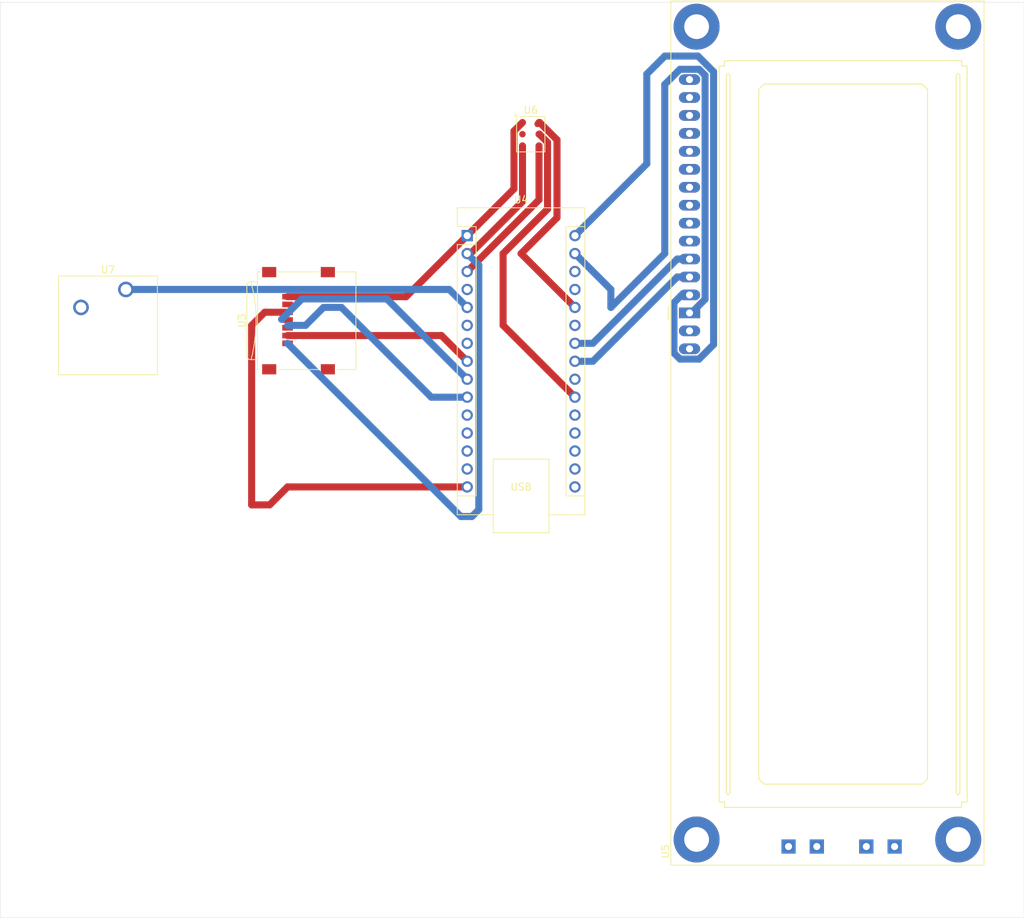
<source format=kicad_pcb>
(kicad_pcb (version 20241229) (generator "pcbnew") (generator_version "9.0")
  (layers (0 "F.Cu" signal) (2 "B.Cu" signal) (13 "F.Paste" user) (15 "B.Paste" user) (5 "F.SilkS" user "F.Silkscreen") (7 "B.SilkS" user "B.Silkscreen") (1 "F.Mask" user) (3 "B.Mask" user) (25 "Edge.Cuts" user))
  (net 0 "")
  (net 1 "Net-(U3-+3.3V)")
  (net 4 "Net-(U3-MOSI)")
  (net 5 "Net-(U3-CS)")
  (net 6 "Net-(U6-GND)")
  (net 7 "Net-(U3-SCK)")
  (net 8 "Net-(U3-MISO)")
  (net 9 "Net-(U4-D25)")
  (net 11 "Net-(U4-D26)")
  (net 12 "Net-(U4-VIN)")
  (net 14 "Net-(U4-D14)")
  (net 15 "Net-(U4-D32)")
  (net 20 "Net-(U4-D15)")
  (net 24 "Net-(U5-GND)")
  (net 27 "Net-(U4-D4)")
  (footprint "Display:LCD-016N002L" (layer "F.Cu") (at 148.2825 59.2 90)
    (property "Reference" "U5" (at -76.21 -3.41 90) (layer "F.SilkS"))
    (property "Value" "Display LCD1602 I2C")
    (fp_line (start -1 -3) (end 1 -3) (stroke (width 0.12)) (layer "F.SilkS"))
    (fp_line (start 44.14 -2.64) (end -78.14 -2.64) (stroke (width 0.12)) (layer "F.SilkS"))
    (fp_line (start 44.14 -2.64) (end 44.14 41.64) (stroke (width 0.12)) (layer "F.SilkS"))
    (fp_line (start -78.14 -2.64) (end -78.14 41.64) (stroke (width 0.12)) (layer "F.SilkS"))
    (fp_line (start 34.925 4.191) (end -69.215 4.191) (stroke (width 0.15)) (layer "F.SilkS"))
    (fp_line (start 34.925 4.191) (end 34.925 4.953) (stroke (width 0.15)) (layer "F.SilkS"))
    (fp_line (start -69.215 4.191) (end -69.215 4.953) (stroke (width 0.15)) (layer "F.SilkS"))
    (fp_line (start 34.925 4.953) (end 35.687 4.953) (stroke (width 0.15)) (layer "F.SilkS"))
    (fp_line (start -69.215 4.953) (end -69.977 4.953) (stroke (width 0.15)) (layer "F.SilkS"))
    (fp_line (start -69.977 4.953) (end -69.977 38.481) (stroke (width 0.15)) (layer "F.SilkS"))
    (fp_line (start 33.655 5.207) (end -67.945 5.207) (stroke (width 0.15)) (layer "F.SilkS"))
    (fp_line (start 33.655 5.207) (end 33.909 5.461) (stroke (width 0.15)) (layer "F.SilkS"))
    (fp_line (start -67.945 5.207) (end -68.199 5.461) (stroke (width 0.15)) (layer "F.SilkS"))
    (fp_line (start 33.909 5.461) (end 33.655 5.715) (stroke (width 0.15)) (layer "F.SilkS"))
    (fp_line (start -68.199 5.461) (end -67.945 5.715) (stroke (width 0.15)) (layer "F.SilkS"))
    (fp_line (start -67.945 5.715) (end 33.655 5.715) (stroke (width 0.15)) (layer "F.SilkS"))
    (fp_line (start 31.623 9.779) (end 32.385 10.541) (stroke (width 0.15)) (layer "F.SilkS"))
    (fp_line (start -65.913 9.779) (end 31.623 9.779) (stroke (width 0.15)) (layer "F.SilkS"))
    (fp_line (start 32.385 10.541) (end 32.385 32.893) (stroke (width 0.15)) (layer "F.SilkS"))
    (fp_line (start -66.675 10.541) (end -65.913 9.779) (stroke (width 0.15)) (layer "F.SilkS"))
    (fp_line (start 32.385 32.893) (end 31.623 33.655) (stroke (width 0.15)) (layer "F.SilkS"))
    (fp_line (start -66.675 32.893) (end -66.675 10.541) (stroke (width 0.15)) (layer "F.SilkS"))
    (fp_line (start 31.623 33.655) (end -65.913 33.655) (stroke (width 0.15)) (layer "F.SilkS"))
    (fp_line (start -65.913 33.655) (end -66.675 32.893) (stroke (width 0.15)) (layer "F.SilkS"))
    (fp_line (start 33.655 37.719) (end -67.945 37.719) (stroke (width 0.15)) (layer "F.SilkS"))
    (fp_line (start -67.945 37.719) (end -68.199 37.973) (stroke (width 0.15)) (layer "F.SilkS"))
    (fp_line (start 33.909 37.973) (end 33.655 37.719) (stroke (width 0.15)) (layer "F.SilkS"))
    (fp_line (start -68.199 37.973) (end -67.945 38.227) (stroke (width 0.15)) (layer "F.SilkS"))
    (fp_line (start 33.655 38.227) (end 33.909 37.973) (stroke (width 0.15)) (layer "F.SilkS"))
    (fp_line (start -67.945 38.227) (end 33.655 38.227) (stroke (width 0.15)) (layer "F.SilkS"))
    (fp_line (start 35.687 38.481) (end 35.687 4.953) (stroke (width 0.15)) (layer "F.SilkS"))
    (fp_line (start 35.687 38.481) (end 34.925 38.481) (stroke (width 0.15)) (layer "F.SilkS"))
    (fp_line (start 34.925 38.481) (end 34.925 39.243) (stroke (width 0.15)) (layer "F.SilkS"))
    (fp_line (start -69.215 38.481) (end -69.977 38.481) (stroke (width 0.15)) (layer "F.SilkS"))
    (fp_line (start -69.215 39.243) (end -69.215 38.481) (stroke (width 0.15)) (layer "F.SilkS"))
    (fp_line (start -69.215 39.243) (end 34.925 39.243) (stroke (width 0.15)) (layer "F.SilkS"))
    (fp_line (start -78.14 41.64) (end 44.14 41.64) (stroke (width 0.12)) (layer "F.SilkS"))
    (pad "" thru_hole circle (at -74.5 1 270) (size 6.5 6.5) (drill 3.5) (layers "*.Cu" "*.Mask"))
    (pad "" thru_hole circle (at -74.5 38 270) (size 6.5 6.5) (drill 3.5) (layers "*.Cu" "*.Mask"))
    (pad "" thru_hole circle (at 40.5 1 270) (size 6.5 6.5) (drill 3.5) (layers "*.Cu" "*.Mask"))
    (pad "" thru_hole circle (at 40.5 38 270) (size 6.5 6.5) (drill 3.5) (layers "*.Cu" "*.Mask"))
    (pad "1" thru_hole rect (at 0 0 270) (size 1.5 3) (drill 1) (layers "*.Cu" "*.Mask") (net 24 "Net-(U5-GND)"))
    (pad "2" thru_hole oval (at 2.54 0 270) (size 1.5 3) (drill 1) (layers "*.Cu" "*.Mask") (net 12 "Net-(U4-VIN)"))
    (pad "3" thru_hole oval (at 5.08 0 270) (size 1.5 3) (drill 1) (layers "*.Cu" "*.Mask") (net 9 "Net-(U4-D25)"))
    (pad "4" thru_hole oval (at 7.62 0 270) (size 1.5 3) (drill 1) (layers "*.Cu" "*.Mask") (net 11 "Net-(U4-D26)"))
    (pad "5" thru_hole oval (at 10.16 0 270) (size 1.5 3) (drill 1) (layers "*.Cu" "*.Mask"))
    (pad "6" thru_hole oval (at 12.7 0 270) (size 1.5 3) (drill 1) (layers "*.Cu" "*.Mask"))
    (pad "7" thru_hole oval (at 15.24 0 270) (size 1.5 3) (drill 1) (layers "*.Cu" "*.Mask"))
    (pad "8" thru_hole oval (at 17.78 0 270) (size 1.5 3) (drill 1) (layers "*.Cu" "*.Mask"))
    (pad "9" thru_hole oval (at 20.32 0 270) (size 1.5 3) (drill 1) (layers "*.Cu" "*.Mask"))
    (pad "10" thru_hole oval (at 22.86 0 270) (size 1.5 3) (drill 1) (layers "*.Cu" "*.Mask"))
    (pad "11" thru_hole oval (at 25.4 0 270) (size 1.5 3) (drill 1) (layers "*.Cu" "*.Mask"))
    (pad "12" thru_hole oval (at 27.94 0 270) (size 1.5 3) (drill 1) (layers "*.Cu" "*.Mask"))
    (pad "13" thru_hole oval (at 30.48 0 270) (size 1.5 3) (drill 1) (layers "*.Cu" "*.Mask"))
    (pad "14" thru_hole oval (at 33.02 0 270) (size 1.5 3) (drill 1) (layers "*.Cu" "*.Mask"))
    (pad "15" thru_hole oval (at -2.54 0 270) (size 1.5 3) (drill 1) (layers "*.Cu" "*.Mask"))
    (pad "16" thru_hole oval (at -5.08 0 270) (size 1.5 3) (drill 1) (layers "*.Cu" "*.Mask"))
    (pad "A1" thru_hole rect (at -75.5 14 270) (size 2 2) (drill 1) (layers "*.Cu" "*.Mask"))
    (pad "A2" thru_hole rect (at -75.5 25 270) (size 2 2) (drill 1) (layers "*.Cu" "*.Mask"))
    (pad "K1" thru_hole rect (at -75.5 18 270) (size 2 2) (drill 1) (layers "*.Cu" "*.Mask"))
    (pad "K2" thru_hole rect (at -75.5 29 270) (size 2 2) (drill 1) (layers "*.Cu" "*.Mask"))
  )
  (footprint "Module:Arduino_Nano_WithMountingHoles" (layer "F.Cu") (at 116.84 48.26)
    (property "Reference" "U4" (at 7.62 -5.08 0) (layer "F.SilkS"))
    (property "Value" "ESP-WROOM-32")
    (fp_line (start -1.4 -3.94) (end -1.4 -1.27) (stroke (width 0.12)) (layer "F.SilkS"))
    (fp_line (start -1.4 1.27) (end -1.4 39.5) (stroke (width 0.12)) (layer "F.SilkS"))
    (fp_line (start -1.4 39.5) (end 3.68 39.5) (stroke (width 0.12)) (layer "F.SilkS"))
    (fp_line (start 1.27 -1.27) (end -1.4 -1.27) (stroke (width 0.12)) (layer "F.SilkS"))
    (fp_line (start 1.27 1.27) (end -1.4 1.27) (stroke (width 0.12)) (layer "F.SilkS"))
    (fp_line (start 1.27 1.27) (end 1.27 -1.27) (stroke (width 0.12)) (layer "F.SilkS"))
    (fp_line (start 1.27 1.27) (end 1.27 36.83) (stroke (width 0.12)) (layer "F.SilkS"))
    (fp_line (start 1.27 36.83) (end -1.4 36.83) (stroke (width 0.12)) (layer "F.SilkS"))
    (fp_line (start 3.68 31.62) (end 11.56 31.62) (stroke (width 0.12)) (layer "F.SilkS"))
    (fp_line (start 3.68 42.04) (end 3.68 31.62) (stroke (width 0.12)) (layer "F.SilkS"))
    (fp_line (start 11.56 31.62) (end 11.56 42.04) (stroke (width 0.12)) (layer "F.SilkS"))
    (fp_line (start 11.56 42.04) (end 3.68 42.04) (stroke (width 0.12)) (layer "F.SilkS"))
    (fp_line (start 13.97 -1.27) (end 13.97 36.83) (stroke (width 0.12)) (layer "F.SilkS"))
    (fp_line (start 13.97 -1.27) (end 16.64 -1.27) (stroke (width 0.12)) (layer "F.SilkS"))
    (fp_line (start 13.97 36.83) (end 16.64 36.83) (stroke (width 0.12)) (layer "F.SilkS"))
    (fp_line (start 16.64 -3.94) (end -1.4 -3.94) (stroke (width 0.12)) (layer "F.SilkS"))
    (fp_line (start 16.64 39.5) (end 11.56 39.5) (stroke (width 0.12)) (layer "F.SilkS"))
    (fp_line (start 16.64 39.5) (end 16.64 -3.94) (stroke (width 0.12)) (layer "F.SilkS"))
    (fp_text user "USB" (at 7.62 35.56 0) (layer "F.SilkS"))
    (pad "" np_thru_hole circle (at 0 -2.54) (size 1.78 1.78) (drill 1.78) (layers "*.Cu" "*.Mask"))
    (pad "" np_thru_hole circle (at 0 38.1) (size 1.78 1.78) (drill 1.78) (layers "*.Cu" "*.Mask"))
    (pad "" np_thru_hole circle (at 15.24 -2.54) (size 1.78 1.78) (drill 1.78) (layers "*.Cu" "*.Mask"))
    (pad "" np_thru_hole circle (at 15.24 38.1) (size 1.78 1.78) (drill 1.78) (layers "*.Cu" "*.Mask"))
    (pad "1" thru_hole rect (at 0 0) (size 1.6 1.6) (drill 1) (layers "*.Cu" "*.Mask") (net 1 "Net-(U3-+3.3V)"))
    (pad "2" thru_hole oval (at 0 2.54) (size 1.6 1.6) (drill 1) (layers "*.Cu" "*.Mask") (net 6 "Net-(U6-GND)"))
    (pad "3" thru_hole oval (at 0 5.08) (size 1.6 1.6) (drill 1) (layers "*.Cu" "*.Mask") (net 20 "Net-(U4-D15)"))
    (pad "4" thru_hole oval (at 0 7.62) (size 1.6 1.6) (drill 1) (layers "*.Cu" "*.Mask"))
    (pad "5" thru_hole oval (at 0 10.16) (size 1.6 1.6) (drill 1) (layers "*.Cu" "*.Mask") (net 27 "Net-(U4-D4)"))
    (pad "6" thru_hole oval (at 0 12.7) (size 1.6 1.6) (drill 1) (layers "*.Cu" "*.Mask"))
    (pad "7" thru_hole oval (at 0 15.24) (size 1.6 1.6) (drill 1) (layers "*.Cu" "*.Mask"))
    (pad "8" thru_hole oval (at 0 17.78) (size 1.6 1.6) (drill 1) (layers "*.Cu" "*.Mask") (net 5 "Net-(U3-CS)"))
    (pad "9" thru_hole oval (at 0 20.32) (size 1.6 1.6) (drill 1) (layers "*.Cu" "*.Mask") (net 7 "Net-(U3-SCK)"))
    (pad "10" thru_hole oval (at 0 22.86) (size 1.6 1.6) (drill 1) (layers "*.Cu" "*.Mask") (net 8 "Net-(U3-MISO)"))
    (pad "11" thru_hole oval (at 0 25.4) (size 1.6 1.6) (drill 1) (layers "*.Cu" "*.Mask"))
    (pad "12" thru_hole oval (at 0 27.94) (size 1.6 1.6) (drill 1) (layers "*.Cu" "*.Mask"))
    (pad "13" thru_hole oval (at 0 30.48) (size 1.6 1.6) (drill 1) (layers "*.Cu" "*.Mask"))
    (pad "14" thru_hole oval (at 0 33.02) (size 1.6 1.6) (drill 1) (layers "*.Cu" "*.Mask"))
    (pad "15" thru_hole oval (at 0 35.56) (size 1.6 1.6) (drill 1) (layers "*.Cu" "*.Mask") (net 4 "Net-(U3-MOSI)"))
    (pad "16" thru_hole oval (at 15.24 35.56) (size 1.6 1.6) (drill 1) (layers "*.Cu" "*.Mask"))
    (pad "17" thru_hole oval (at 15.24 33.02) (size 1.6 1.6) (drill 1) (layers "*.Cu" "*.Mask"))
    (pad "18" thru_hole oval (at 15.24 30.48) (size 1.6 1.6) (drill 1) (layers "*.Cu" "*.Mask"))
    (pad "19" thru_hole oval (at 15.24 27.94) (size 1.6 1.6) (drill 1) (layers "*.Cu" "*.Mask"))
    (pad "20" thru_hole oval (at 15.24 25.4) (size 1.6 1.6) (drill 1) (layers "*.Cu" "*.Mask"))
    (pad "21" thru_hole oval (at 15.24 22.86) (size 1.6 1.6) (drill 1) (layers "*.Cu" "*.Mask") (net 15 "Net-(U4-D32)"))
    (pad "22" thru_hole oval (at 15.24 20.32) (size 1.6 1.6) (drill 1) (layers "*.Cu" "*.Mask"))
    (pad "23" thru_hole oval (at 15.24 17.78) (size 1.6 1.6) (drill 1) (layers "*.Cu" "*.Mask") (net 9 "Net-(U4-D25)"))
    (pad "24" thru_hole oval (at 15.24 15.24) (size 1.6 1.6) (drill 1) (layers "*.Cu" "*.Mask") (net 11 "Net-(U4-D26)"))
    (pad "25" thru_hole oval (at 15.24 12.7) (size 1.6 1.6) (drill 1) (layers "*.Cu" "*.Mask"))
    (pad "26" thru_hole oval (at 15.24 10.16) (size 1.6 1.6) (drill 1) (layers "*.Cu" "*.Mask") (net 14 "Net-(U4-D14)"))
    (pad "27" thru_hole oval (at 15.24 7.62) (size 1.6 1.6) (drill 1) (layers "*.Cu" "*.Mask"))
    (pad "28" thru_hole oval (at 15.24 5.08) (size 1.6 1.6) (drill 1) (layers "*.Cu" "*.Mask"))
    (pad "29" thru_hole oval (at 15.24 2.54) (size 1.6 1.6) (drill 1) (layers "*.Cu" "*.Mask") (net 24 "Net-(U5-GND)"))
    (pad "30" thru_hole oval (at 15.24 0) (size 1.6 1.6) (drill 1) (layers "*.Cu" "*.Mask") (net 12 "Net-(U4-VIN)"))
  )
  (footprint "Connector_Card:microSD_HC_Wuerth_693072010801" (layer "F.Cu") (at 92.99 60.3 90)
    (property "Reference" "U3" (at 0 -7.99 90) (layer "F.SilkS"))
    (property "Value" "SD CARD MODULE")
    (fp_line (start -5 -7.31) (end 5 -7.31) (stroke (width 0.12)) (layer "F.SilkS"))
    (fp_line (start -5.5 -6.71) (end -4.7 -6.51) (stroke (width 0.12)) (layer "F.SilkS"))
    (fp_line (start 5 -6.61) (end 5.5 -6.71) (stroke (width 0.12)) (layer "F.SilkS"))
    (fp_line (start -4.7 -6.51) (end -3 -6.21) (stroke (width 0.12)) (layer "F.SilkS"))
    (fp_line (start 3.7 -6.31) (end 5 -6.61) (stroke (width 0.12)) (layer "F.SilkS"))
    (fp_line (start -3 -6.21) (end -2.2 -6.11) (stroke (width 0.12)) (layer "F.SilkS"))
    (fp_line (start 2.2 -6.11) (end 3.7 -6.31) (stroke (width 0.12)) (layer "F.SilkS"))
    (fp_line (start -2.2 -6.11) (end -0.9 -6.01) (stroke (width 0.12)) (layer "F.SilkS"))
    (fp_line (start 0.9 -6.01) (end 2.2 -6.11) (stroke (width 0.12)) (layer "F.SilkS"))
    (fp_line (start -0.9 -6.01) (end 0.9 -6.01) (stroke (width 0.12)) (layer "F.SilkS"))
    (fp_line (start 6.91 -5.81) (end 6.91 -5.41) (stroke (width 0.12)) (layer "F.SilkS"))
    (fp_line (start 5.5 -5.81) (end 5.5 -6.81) (stroke (width 0.12)) (layer "F.SilkS"))
    (fp_line (start -5.5 -5.81) (end -5.5 -6.81) (stroke (width 0.12)) (layer "F.SilkS"))
    (fp_line (start -6.91 -5.81) (end 6.91 -5.81) (stroke (width 0.12)) (layer "F.SilkS"))
    (fp_line (start -6.91 -5.81) (end -6.91 -5.41) (stroke (width 0.12)) (layer "F.SilkS"))
    (fp_line (start 6.91 -2.89) (end 6.91 2.89) (stroke (width 0.12)) (layer "F.SilkS"))
    (fp_line (start -6.91 -2.89) (end -6.91 2.89) (stroke (width 0.12)) (layer "F.SilkS"))
    (fp_line (start 6.91 5.41) (end 6.91 8.11) (stroke (width 0.12)) (layer "F.SilkS"))
    (fp_line (start -6.91 5.41) (end -6.91 8.11) (stroke (width 0.12)) (layer "F.SilkS"))
    (fp_line (start 6.91 8.11) (end -6.91 8.11) (stroke (width 0.12)) (layer "F.SilkS"))
    (fp_arc (start 5 -7.31) (mid 5.353553 -7.163553) (end 5.5 -6.81) (stroke (width 0.12)) (layer "F.SilkS"))
    (fp_arc (start -5.5 -6.81) (mid -5.353553 -7.163553) (end -5 -7.31) (stroke (width 0.12)) (layer "F.SilkS"))
    (pad "1" smd rect (at -3.2 -1.55 90) (size 0.8 1.5) (layers "F.Cu" "F.Mask" "F.Paste") (net 6 "Net-(U6-GND)"))
    (pad "2" smd rect (at -2.1 -1.55 90) (size 0.8 1.5) (layers "F.Cu" "F.Mask" "F.Paste") (net 5 "Net-(U3-CS)"))
    (pad "3" smd rect (at -1 -1.55 90) (size 0.8 1.5) (layers "F.Cu" "F.Mask" "F.Paste") (net 7 "Net-(U3-SCK)"))
    (pad "4" smd rect (at 0.1 -1.55 90) (size 0.8 1.5) (layers "F.Cu" "F.Mask" "F.Paste") (net 8 "Net-(U3-MISO)"))
    (pad "5" smd rect (at 1.2 -1.55 90) (size 0.8 1.5) (layers "F.Cu" "F.Mask" "F.Paste") (net 4 "Net-(U3-MOSI)"))
    (pad "6" smd rect (at 2.3 -1.55 90) (size 0.8 1.5) (layers "F.Cu" "F.Mask" "F.Paste"))
    (pad "7" smd rect (at 3.4 -1.55 90) (size 0.8 1.5) (layers "F.Cu" "F.Mask" "F.Paste") (net 1 "Net-(U3-+3.3V)"))
    (pad "8" smd rect (at 4.5 -1.55 90) (size 0.8 1.5) (layers "F.Cu" "F.Mask" "F.Paste"))
    (pad "9" smd rect (at -6.875 -4.15 90) (size 1.45 2) (layers "F.Cu" "F.Mask" "F.Paste"))
    (pad "9" smd rect (at -6.875 4.15 90) (size 1.45 2) (layers "F.Cu" "F.Mask" "F.Paste"))
    (pad "9" smd rect (at 6.875 -4.15 90) (size 1.45 2) (layers "F.Cu" "F.Mask" "F.Paste"))
    (pad "9" smd rect (at 6.875 4.15 90) (size 1.45 2) (layers "F.Cu" "F.Mask" "F.Paste"))
  )
  (footprint "Button_Switch_Keyboard:SW_Cherry_MX_1.00u_PCB" (layer "F.Cu") (at 68.58 55.88)
    (property "Reference" "U7" (at -2.54 -2.794 0) (layer "F.SilkS"))
    (property "Value" "TL6190BUTTON")
    (fp_line (start -9.525 -1.905) (end 4.445 -1.905) (stroke (width 0.12)) (layer "F.SilkS"))
    (fp_line (start -9.525 12.065) (end -9.525 -1.905) (stroke (width 0.12)) (layer "F.SilkS"))
    (fp_line (start 4.445 -1.905) (end 4.445 12.065) (stroke (width 0.12)) (layer "F.SilkS"))
    (fp_line (start 4.445 12.065) (end -9.525 12.065) (stroke (width 0.12)) (layer "F.SilkS"))
    (pad "" np_thru_hole circle (at -7.62 5.08) (size 1.7 1.7) (drill 1.7) (layers "*.Cu" "*.Mask"))
    (pad "" np_thru_hole circle (at -2.54 5.08) (size 4 4) (drill 4) (layers "*.Cu" "*.Mask"))
    (pad "" np_thru_hole circle (at 2.54 5.08) (size 1.7 1.7) (drill 1.7) (layers "*.Cu" "*.Mask"))
    (pad "1" thru_hole circle (at 0 0) (size 2.2 2.2) (drill 1.5) (layers "*.Cu" "*.Mask") (net 27 "Net-(U4-D4)"))
    (pad "2" thru_hole circle (at -6.35 2.54) (size 2.2 2.2) (drill 1.5) (layers "*.Cu" "*.Mask"))
  )
  (footprint "Sensor_Audio:ST_HLGA-6_3.76x4.72mm_P1.65mm" (layer "F.Cu") (at 125.83 33.91)
    (property "Reference" "U6" (at 0 -3.4 0) (layer "F.SilkS"))
    (property "Value" "INMP441_KP")
    (fp_line (start -2 -2.2) (end -2 2.5) (stroke (width 0.12)) (layer "F.SilkS"))
    (fp_line (start 2 -2.5) (end -1.7 -2.5) (stroke (width 0.12)) (layer "F.SilkS"))
    (fp_line (start 2 -2.5) (end 2 2.5) (stroke (width 0.12)) (layer "F.SilkS"))
    (fp_line (start 2 2.5) (end -2 2.5) (stroke (width 0.12)) (layer "F.SilkS"))
    (fp_poly (pts (xy -2 -2.5) (xy -2.28 -2.5) (xy -2 -2.78) (xy -2 -2.5)) (stroke (width 0.12)) (fill yes) (layer "F.SilkS"))
    (pad "1" smd circle (at -1.17 -1.65) (size 0.91 0.91) (layers "F.Cu" "F.Mask" "F.Paste") (net 1 "Net-(U3-+3.3V)"))
    (pad "2" smd circle (at -1.17 0) (size 0.91 0.91) (layers "F.Cu" "F.Mask" "F.Paste") (net 6 "Net-(U6-GND)"))
    (pad "3" smd circle (at -1.17 1.65) (size 0.91 0.91) (layers "F.Cu" "F.Mask" "F.Paste") (net 6 "Net-(U6-GND)"))
    (pad "4" smd circle (at 1.17 1.65) (size 0.91 0.91) (layers "F.Cu" "F.Mask" "F.Paste") (net 20 "Net-(U4-D15)"))
    (pad "5" smd circle (at 1.17 0) (size 0.91 0.91) (layers "F.Cu" "F.Mask" "F.Paste") (net 15 "Net-(U4-D32)"))
    (pad "6" smd oval (at 1.17 -1.65 45) (size 1.192843 0.91) (drill (offset -0.141421 0)) (layers "F.Cu" "F.Mask" "F.Paste") (net 14 "Net-(U4-D14)"))
  )
  (gr_line (start 50.8 15.24) (end 195.58 15.24) (stroke (width 0.05)) (layer "Edge.Cuts"))
  (gr_line (start 195.58 144.78) (end 50.8 144.78) (stroke (width 0.05)) (layer "Edge.Cuts"))
  (gr_line (start 195.58 15.24) (end 195.58 144.78) (stroke (width 0.05)) (layer "Edge.Cuts"))
  (gr_line (start 50.8 144.78) (end 50.8 15.24) (stroke (width 0.05)) (layer "Edge.Cuts"))
  (segment (start 123.459 41.641) (end 116.84 48.26) (width 1) (layer "F.Cu") (net 1))
  (segment (start 124.66 32.26) (end 123.459 33.461) (width 1) (layer "F.Cu") (net 1))
  (segment (start 108.2 56.9) (end 116.84 48.26) (width 1) (layer "F.Cu") (net 1))
  (segment (start 91.44 56.9) (end 108.2 56.9) (width 1) (layer "F.Cu") (net 1))
  (segment (start 123.459 33.461) (end 123.459 41.641) (width 1) (layer "F.Cu") (net 1))
  (segment (start 91.44 83.82) (end 116.84 83.82) (width 1) (layer "F.Cu") (net 4))
  (segment (start 88.9 86.36) (end 91.44 83.82) (width 1) (layer "F.Cu") (net 4))
  (segment (start 86.36 86.36) (end 88.9 86.36) (width 1) (layer "F.Cu") (net 4))
  (segment (start 91.44 59.1) (end 88.22 59.1) (width 1) (layer "F.Cu") (net 4))
  (segment (start 88.22 59.1) (end 86.36 60.96) (width 1) (layer "F.Cu") (net 4))
  (segment (start 86.36 60.96) (end 86.36 86.36) (width 1) (layer "F.Cu") (net 4))
  (segment (start 91.44 62.4) (end 113.2 62.4) (width 1) (layer "F.Cu") (net 5))
  (segment (start 113.2 62.4) (end 116.84 66.04) (width 1) (layer "F.Cu") (net 5))
  (segment (start 117.302 50.8) (end 116.84 50.8) (width 1) (layer "F.Cu") (net 6))
  (segment (start 124.66 43.442) (end 117.302 50.8) (width 1) (layer "F.Cu") (net 6))
  (segment (start 124.66 35.56) (end 124.66 43.442) (width 1) (layer "F.Cu") (net 6))
  (segment (start 118.481 52.441) (end 118.481 87.039724) (width 1) (layer "B.Cu") (net 6))
  (segment (start 116.84 50.8) (end 118.481 52.441) (width 1) (layer "B.Cu") (net 6))
  (segment (start 117.519724 88.001) (end 115.941 88.001) (width 1) (layer "B.Cu") (net 6))
  (segment (start 118.481 87.039724) (end 117.519724 88.001) (width 1) (layer "B.Cu") (net 6))
  (segment (start 115.941 88.001) (end 91.44 63.5) (width 1) (layer "B.Cu") (net 6))
  (segment (start 105.479 57.219) (end 93.48253 57.219) (width 1) (layer "B.Cu") (net 7))
  (segment (start 93.48253 57.219) (end 90.590765 60.110765) (width 1) (layer "B.Cu") (net 7))
  (segment (start 116.84 68.58) (end 105.479 57.219) (width 1) (layer "B.Cu") (net 7))
  (segment (start 96.52 58.42) (end 99.06 58.42) (width 1) (layer "B.Cu") (net 8))
  (segment (start 91.44 60.96) (end 93.98 60.96) (width 1) (layer "B.Cu") (net 8))
  (segment (start 93.98 60.96) (end 96.52 58.42) (width 1) (layer "B.Cu") (net 8))
  (segment (start 111.76 71.12) (end 116.84 71.12) (width 1) (layer "B.Cu") (net 8))
  (segment (start 99.06 58.42) (end 111.76 71.12) (width 1) (layer "B.Cu") (net 8))
  (segment (start 148.2825 54.12) (end 146.54 54.12) (width 1) (layer "B.Cu") (net 9))
  (segment (start 146.54 54.12) (end 134.62 66.04) (width 1) (layer "B.Cu") (net 9))
  (segment (start 134.62 66.04) (end 132.08 66.04) (width 1) (layer "B.Cu") (net 9))
  (segment (start 134.62 63.5) (end 132.08 63.5) (width 1) (layer "B.Cu") (net 11))
  (segment (start 148.2825 51.58) (end 146.54 51.58) (width 1) (layer "B.Cu") (net 11))
  (segment (start 146.54 51.58) (end 134.62 63.5) (width 1) (layer "B.Cu") (net 11))
  (segment (start 146.0815 57.749) (end 146.0815 64.881024) (width 1) (layer "B.Cu") (net 12))
  (segment (start 146.0815 64.881024) (end 146.931476 65.731) (width 1) (layer "B.Cu") (net 12))
  (segment (start 142.24 38.1) (end 132.08 48.26) (width 1) (layer "B.Cu") (net 12))
  (segment (start 149.633524 65.731) (end 151.684499 63.680025) (width 1) (layer "B.Cu") (net 12))
  (segment (start 149.462994 22.86) (end 144.78 22.86) (width 1) (layer "B.Cu") (net 12))
  (segment (start 151.684499 25.081505) (end 149.462994 22.86) (width 1) (layer "B.Cu") (net 12))
  (segment (start 142.24 25.4) (end 142.24 38.1) (width 1) (layer "B.Cu") (net 12))
  (segment (start 144.78 22.86) (end 142.24 25.4) (width 1) (layer "B.Cu") (net 12))
  (segment (start 148.2825 56.66) (end 147.1705 56.66) (width 1) (layer "B.Cu") (net 12))
  (segment (start 147.1705 56.66) (end 146.0815 57.749) (width 1) (layer "B.Cu") (net 12))
  (segment (start 146.931476 65.731) (end 149.633524 65.731) (width 1) (layer "B.Cu") (net 12))
  (segment (start 151.684499 63.680025) (end 151.684499 25.081505) (width 1) (layer "B.Cu") (net 12))
  (segment (start 127 32.26) (end 127.09694 32.26) (width 1) (layer "F.Cu") (net 14))
  (segment (start 124.46 50.8) (end 132.08 58.42) (width 1) (layer "F.Cu") (net 14))
  (segment (start 129.54 34.70306) (end 129.54 45.72) (width 1) (layer "F.Cu") (net 14))
  (segment (start 129.54 45.72) (end 124.46 50.8) (width 1) (layer "F.Cu") (net 14))
  (segment (start 127.09694 32.26) (end 129.54 34.70306) (width 1) (layer "F.Cu") (net 14))
  (segment (start 128.201 35.06253) (end 128.201 44.519) (width 1) (layer "F.Cu") (net 15))
  (segment (start 121.92 50.8) (end 121.92 60.96) (width 1) (layer "F.Cu") (net 15))
  (segment (start 127 33.91) (end 127.04847 33.91) (width 1) (layer "F.Cu") (net 15))
  (segment (start 121.92 60.96) (end 132.08 71.12) (width 1) (layer "F.Cu") (net 15))
  (segment (start 127.04847 33.91) (end 128.201 35.06253) (width 1) (layer "F.Cu") (net 15))
  (segment (start 128.201 44.519) (end 121.92 50.8) (width 1) (layer "F.Cu") (net 15))
  (segment (start 127 35.56) (end 127 43.18) (width 1) (layer "F.Cu") (net 20))
  (segment (start 127 43.18) (end 116.84 53.34) (width 1) (layer "F.Cu") (net 20))
  (segment (start 149.633524 24.729) (end 146.931476 24.729) (width 1) (layer "B.Cu") (net 24))
  (segment (start 148.2825 59.2) (end 148.544524 59.2) (width 1) (layer "B.Cu") (net 24))
  (segment (start 150.4835 57.261024) (end 150.4835 25.578976) (width 1) (layer "B.Cu") (net 24))
  (segment (start 150.4835 25.578976) (end 149.633524 24.729) (width 1) (layer "B.Cu") (net 24))
  (segment (start 144.78 26.880476) (end 144.78 50.8) (width 1) (layer "B.Cu") (net 24))
  (segment (start 148.544524 59.2) (end 150.4835 57.261024) (width 1) (layer "B.Cu") (net 24))
  (segment (start 137.16 55.88) (end 132.08 50.8) (width 1) (layer "B.Cu") (net 24))
  (segment (start 137.16 58.42) (end 137.16 55.88) (width 1) (layer "B.Cu") (net 24))
  (segment (start 144.78 50.8) (end 137.16 58.42) (width 1) (layer "B.Cu") (net 24))
  (segment (start 146.931476 24.729) (end 144.78 26.880476) (width 1) (layer "B.Cu") (net 24))
  (segment (start 114.3 55.88) (end 116.84 58.42) (width 1) (layer "B.Cu") (net 27))
  (segment (start 68.58 55.88) (end 114.3 55.88) (width 1) (layer "B.Cu") (net 27))
)
</source>
